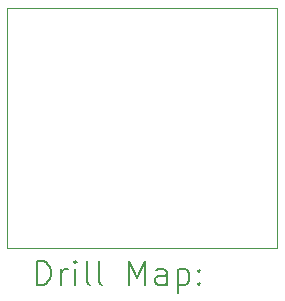
<source format=gbr>
%FSLAX45Y45*%
G04 Gerber Fmt 4.5, Leading zero omitted, Abs format (unit mm)*
G04 Created by KiCad (PCBNEW (6.0.5)) date 2022-05-30 11:26:54*
%MOMM*%
%LPD*%
G01*
G04 APERTURE LIST*
%TA.AperFunction,Profile*%
%ADD10C,0.100000*%
%TD*%
%ADD11C,0.200000*%
G04 APERTURE END LIST*
D10*
X9652000Y-9652000D02*
X11938000Y-9652000D01*
X11938000Y-9652000D02*
X11938000Y-11684000D01*
X11938000Y-11684000D02*
X9652000Y-11684000D01*
X9652000Y-11684000D02*
X9652000Y-9652000D01*
D11*
X9904619Y-11999476D02*
X9904619Y-11799476D01*
X9952238Y-11799476D01*
X9980810Y-11809000D01*
X9999857Y-11828048D01*
X10009381Y-11847095D01*
X10018905Y-11885190D01*
X10018905Y-11913762D01*
X10009381Y-11951857D01*
X9999857Y-11970905D01*
X9980810Y-11989952D01*
X9952238Y-11999476D01*
X9904619Y-11999476D01*
X10104619Y-11999476D02*
X10104619Y-11866143D01*
X10104619Y-11904238D02*
X10114143Y-11885190D01*
X10123667Y-11875667D01*
X10142714Y-11866143D01*
X10161762Y-11866143D01*
X10228429Y-11999476D02*
X10228429Y-11866143D01*
X10228429Y-11799476D02*
X10218905Y-11809000D01*
X10228429Y-11818524D01*
X10237952Y-11809000D01*
X10228429Y-11799476D01*
X10228429Y-11818524D01*
X10352238Y-11999476D02*
X10333190Y-11989952D01*
X10323667Y-11970905D01*
X10323667Y-11799476D01*
X10457000Y-11999476D02*
X10437952Y-11989952D01*
X10428429Y-11970905D01*
X10428429Y-11799476D01*
X10685571Y-11999476D02*
X10685571Y-11799476D01*
X10752238Y-11942333D01*
X10818905Y-11799476D01*
X10818905Y-11999476D01*
X10999857Y-11999476D02*
X10999857Y-11894714D01*
X10990333Y-11875667D01*
X10971286Y-11866143D01*
X10933190Y-11866143D01*
X10914143Y-11875667D01*
X10999857Y-11989952D02*
X10980810Y-11999476D01*
X10933190Y-11999476D01*
X10914143Y-11989952D01*
X10904619Y-11970905D01*
X10904619Y-11951857D01*
X10914143Y-11932809D01*
X10933190Y-11923286D01*
X10980810Y-11923286D01*
X10999857Y-11913762D01*
X11095095Y-11866143D02*
X11095095Y-12066143D01*
X11095095Y-11875667D02*
X11114143Y-11866143D01*
X11152238Y-11866143D01*
X11171286Y-11875667D01*
X11180810Y-11885190D01*
X11190333Y-11904238D01*
X11190333Y-11961381D01*
X11180810Y-11980428D01*
X11171286Y-11989952D01*
X11152238Y-11999476D01*
X11114143Y-11999476D01*
X11095095Y-11989952D01*
X11276048Y-11980428D02*
X11285571Y-11989952D01*
X11276048Y-11999476D01*
X11266524Y-11989952D01*
X11276048Y-11980428D01*
X11276048Y-11999476D01*
X11276048Y-11875667D02*
X11285571Y-11885190D01*
X11276048Y-11894714D01*
X11266524Y-11885190D01*
X11276048Y-11875667D01*
X11276048Y-11894714D01*
M02*

</source>
